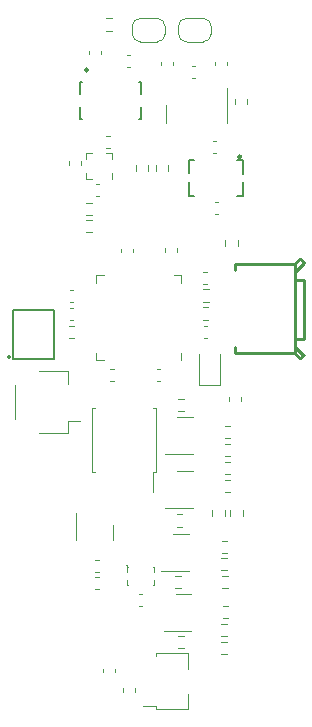
<source format=gbr>
%TF.GenerationSoftware,KiCad,Pcbnew,7.0.5*%
%TF.CreationDate,2023-12-10T00:27:40-08:00*%
%TF.ProjectId,Lyrav3,4c797261-7633-42e6-9b69-6361645f7063,rev?*%
%TF.SameCoordinates,Original*%
%TF.FileFunction,Legend,Bot*%
%TF.FilePolarity,Positive*%
%FSLAX46Y46*%
G04 Gerber Fmt 4.6, Leading zero omitted, Abs format (unit mm)*
G04 Created by KiCad (PCBNEW 7.0.5) date 2023-12-10 00:27:40*
%MOMM*%
%LPD*%
G01*
G04 APERTURE LIST*
%ADD10C,0.120000*%
%ADD11C,0.300000*%
%ADD12C,0.200000*%
%ADD13C,0.250000*%
%ADD14C,0.150000*%
%ADD15C,0.100000*%
G04 APERTURE END LIST*
D10*
%TO.C,Q5*%
X198071499Y-111288000D02*
X198721499Y-111288000D01*
X198071499Y-108168000D02*
X198721499Y-108168000D01*
X198071499Y-111288000D02*
X196396499Y-111288000D01*
X198071499Y-108168000D02*
X197421499Y-108168000D01*
%TO.C,Q4*%
X197866000Y-106208000D02*
X198516000Y-106208000D01*
X197866000Y-103088000D02*
X198516000Y-103088000D01*
X197866000Y-106208000D02*
X196191000Y-106208000D01*
X197866000Y-103088000D02*
X197216000Y-103088000D01*
%TO.C,Q3*%
X198198499Y-96302000D02*
X198848499Y-96302000D01*
X198198499Y-93182000D02*
X198848499Y-93182000D01*
X198198499Y-96302000D02*
X196523499Y-96302000D01*
X198198499Y-93182000D02*
X197548499Y-93182000D01*
%TO.C,Q2*%
X198198499Y-100874000D02*
X198848499Y-100874000D01*
X198198499Y-97754000D02*
X198848499Y-97754000D01*
X198198499Y-100874000D02*
X196523499Y-100874000D01*
X198198499Y-97754000D02*
X197548499Y-97754000D01*
%TO.C,U7*%
X190315000Y-97892000D02*
X190575000Y-97892000D01*
X195505000Y-97892000D02*
X195505000Y-99567000D01*
X195765000Y-95167000D02*
X195765000Y-97892000D01*
X195765000Y-97892000D02*
X195505000Y-97892000D01*
X190315000Y-92442000D02*
X190575000Y-92442000D01*
X190315000Y-95167000D02*
X190315000Y-92442000D01*
X190315000Y-95167000D02*
X190315000Y-97892000D01*
X195765000Y-92442000D02*
X195505000Y-92442000D01*
X195765000Y-95167000D02*
X195765000Y-92442000D01*
%TO.C,D3*%
X201129000Y-90510000D02*
X199429000Y-90510000D01*
X199429000Y-90510000D02*
X199429000Y-87850000D01*
X201129000Y-90510000D02*
X201129000Y-87850000D01*
%TO.C,U1*%
X198464000Y-117930000D02*
X198464000Y-116620000D01*
X195744000Y-117930000D02*
X198464000Y-117930000D01*
X195744000Y-117930000D02*
X195744000Y-117700000D01*
X198464000Y-114520000D02*
X198464000Y-113210000D01*
X194604000Y-117700000D02*
X195744000Y-117700000D01*
X195744000Y-113210000D02*
X195744000Y-113440000D01*
X198464000Y-113210000D02*
X195744000Y-113210000D01*
%TO.C,R27*%
X198103258Y-111745500D02*
X197628742Y-111745500D01*
X198103258Y-112790500D02*
X197628742Y-112790500D01*
%TO.C,R26*%
X197976258Y-102503500D02*
X197501742Y-102503500D01*
X197976258Y-101458500D02*
X197501742Y-101458500D01*
%TO.C,R25*%
X201722258Y-112253500D02*
X201247742Y-112253500D01*
X201722258Y-113298500D02*
X201247742Y-113298500D01*
%TO.C,R24*%
X201563500Y-101583258D02*
X201563500Y-101108742D01*
X200518500Y-101583258D02*
X200518500Y-101108742D01*
%TO.C,R23*%
X201247742Y-111774500D02*
X201722258Y-111774500D01*
X201247742Y-110729500D02*
X201722258Y-110729500D01*
%TO.C,R22*%
X202423500Y-66722258D02*
X202423500Y-66247742D01*
X203468500Y-66722258D02*
X203468500Y-66247742D01*
%TO.C,R21*%
X203087500Y-101108742D02*
X203087500Y-101583258D01*
X202042500Y-101108742D02*
X202042500Y-101583258D01*
%TO.C,R20*%
X201874658Y-109205500D02*
X201400142Y-109205500D01*
X201874658Y-110250500D02*
X201400142Y-110250500D01*
%TO.C,R19*%
X202040258Y-98537500D02*
X201565742Y-98537500D01*
X202040258Y-99582500D02*
X201565742Y-99582500D01*
%TO.C,R18*%
X199736942Y-83453500D02*
X200211458Y-83453500D01*
X199736942Y-82408500D02*
X200211458Y-82408500D01*
%TO.C,R17*%
X197849258Y-107710500D02*
X197374742Y-107710500D01*
X197849258Y-106665500D02*
X197374742Y-106665500D01*
%TO.C,R16*%
X198103258Y-91679500D02*
X197628742Y-91679500D01*
X198103258Y-92724500D02*
X197628742Y-92724500D01*
%TO.C,R15*%
X200186058Y-84977500D02*
X199711542Y-84977500D01*
X200186058Y-83932500D02*
X199711542Y-83932500D01*
%TO.C,R14*%
X191507428Y-59446900D02*
X191981944Y-59446900D01*
X191507428Y-60491900D02*
X191981944Y-60491900D01*
%TO.C,R13*%
X201811658Y-106665500D02*
X201337142Y-106665500D01*
X201811658Y-107710500D02*
X201337142Y-107710500D01*
%TO.C,R12*%
X202040258Y-98058500D02*
X201565742Y-98058500D01*
X202040258Y-97013500D02*
X201565742Y-97013500D01*
%TO.C,R11*%
X201286342Y-106186500D02*
X201760858Y-106186500D01*
X201286342Y-105141500D02*
X201760858Y-105141500D01*
%TO.C,R10*%
X201565742Y-95489500D02*
X202040258Y-95489500D01*
X201565742Y-96534500D02*
X202040258Y-96534500D01*
%TO.C,R9*%
X201773058Y-103668300D02*
X201298542Y-103668300D01*
X201773058Y-104713300D02*
X201298542Y-104713300D01*
%TO.C,R8*%
X202040258Y-93965500D02*
X201565742Y-93965500D01*
X202040258Y-95010500D02*
X201565742Y-95010500D01*
%TO.C,R7*%
X194053786Y-71910942D02*
X194053786Y-72385458D01*
X195098786Y-71910942D02*
X195098786Y-72385458D01*
%TO.C,R6*%
X195704786Y-71910943D02*
X195704786Y-72385459D01*
X196749786Y-71910943D02*
X196749786Y-72385459D01*
%TO.C,R5*%
X190305458Y-77582899D02*
X189830942Y-77582899D01*
X190305458Y-76537899D02*
X189830942Y-76537899D01*
%TO.C,R4*%
X189856342Y-75067900D02*
X190330858Y-75067900D01*
X189856342Y-76112900D02*
X190330858Y-76112900D01*
%TO.C,R3*%
X201610700Y-78697858D02*
X201610700Y-78223342D01*
X202655700Y-78697858D02*
X202655700Y-78223342D01*
%TO.C,R2*%
X188370942Y-85481900D02*
X188845458Y-85481900D01*
X188370942Y-86526900D02*
X188845458Y-86526900D01*
%TO.C,C28*%
X201928000Y-91821580D02*
X201928000Y-91540420D01*
X202948000Y-91821580D02*
X202948000Y-91540420D01*
%TO.C,C26*%
X193804000Y-79273980D02*
X193804000Y-78992820D01*
X192784000Y-79273980D02*
X192784000Y-78992820D01*
%TO.C,C25*%
X199757420Y-80897000D02*
X200038580Y-80897000D01*
X199757420Y-81917000D02*
X200038580Y-81917000D01*
%TO.C,C24*%
X188760980Y-84965000D02*
X188479820Y-84965000D01*
X188760980Y-83945000D02*
X188479820Y-83945000D01*
%TO.C,C23*%
X192164580Y-90172000D02*
X191883420Y-90172000D01*
X192164580Y-89152000D02*
X191883420Y-89152000D01*
%TO.C,C22*%
X196101580Y-90172000D02*
X195820420Y-90172000D01*
X196101580Y-89152000D02*
X195820420Y-89152000D01*
%TO.C,C21*%
X196492400Y-79223180D02*
X196492400Y-78942020D01*
X197512400Y-79223180D02*
X197512400Y-78942020D01*
%TO.C,C17*%
X199770420Y-85469000D02*
X200051580Y-85469000D01*
X199770420Y-86489000D02*
X200051580Y-86489000D01*
%TO.C,C16*%
X188735580Y-83441000D02*
X188454420Y-83441000D01*
X188735580Y-82421000D02*
X188454420Y-82421000D01*
%TO.C,C15*%
X194296420Y-108202000D02*
X194577580Y-108202000D01*
X194296420Y-109222000D02*
X194577580Y-109222000D01*
%TO.C,C14*%
X190664306Y-74496999D02*
X190945466Y-74496999D01*
X190664306Y-73476999D02*
X190945466Y-73476999D01*
%TO.C,C13*%
X191834466Y-69412999D02*
X191553306Y-69412999D01*
X191834466Y-70432999D02*
X191553306Y-70432999D01*
%TO.C,C12*%
X189409886Y-71854579D02*
X189409886Y-71573419D01*
X188389886Y-71854579D02*
X188389886Y-71573419D01*
%TO.C,C11*%
X191073086Y-62472180D02*
X191073086Y-62191020D01*
X190053086Y-62472180D02*
X190053086Y-62191020D01*
%TO.C,C10*%
X193548466Y-62532800D02*
X193267306Y-62532800D01*
X193548466Y-63552800D02*
X193267306Y-63552800D01*
%TO.C,C9*%
X198804506Y-64518000D02*
X199085666Y-64518000D01*
X198804506Y-63498000D02*
X199085666Y-63498000D01*
%TO.C,C8*%
X190894580Y-105281000D02*
X190613420Y-105281000D01*
X190894580Y-106301000D02*
X190613420Y-106301000D01*
%TO.C,C6*%
X192280000Y-114540420D02*
X192280000Y-114821580D01*
X191260000Y-114540420D02*
X191260000Y-114821580D01*
%TO.C,C5*%
X193931000Y-116191420D02*
X193931000Y-116472580D01*
X192911000Y-116191420D02*
X192911000Y-116472580D01*
%TO.C,C3*%
X197184486Y-63437380D02*
X197184486Y-63156220D01*
X196164486Y-63437380D02*
X196164486Y-63156220D01*
%TO.C,C2*%
X200838266Y-69848000D02*
X200557106Y-69848000D01*
X200838266Y-70868000D02*
X200557106Y-70868000D01*
%TO.C,C1*%
X201016066Y-75029600D02*
X200734906Y-75029600D01*
X201016066Y-76049600D02*
X200734906Y-76049600D01*
%TO.C,U5*%
X189831886Y-70854999D02*
X189831886Y-71354999D01*
X190331886Y-70854999D02*
X189831886Y-70854999D01*
X191531886Y-70854999D02*
X191531886Y-70854999D01*
X192031886Y-70854999D02*
X191531886Y-70854999D01*
X189831886Y-71354999D02*
X189831886Y-71354999D01*
X192031886Y-71354999D02*
X192031886Y-70854999D01*
X189831886Y-72554999D02*
X189831886Y-73054999D01*
X192031886Y-72554999D02*
X192031886Y-73054999D01*
X189831886Y-73054999D02*
X190331886Y-73054999D01*
X190331886Y-73054999D02*
X190331886Y-73054999D01*
X192031886Y-73054999D02*
X192031886Y-73054999D01*
%TO.C,J5*%
X188303800Y-94574000D02*
X188303800Y-93524000D01*
X185803800Y-94574000D02*
X188303800Y-94574000D01*
X188303800Y-93524000D02*
X189293800Y-93524000D01*
X183833800Y-93404000D02*
X183833800Y-90524000D01*
X188303800Y-89354000D02*
X188303800Y-90404000D01*
X185803800Y-89354000D02*
X188303800Y-89354000D01*
%TO.C,U8*%
X190662000Y-81188000D02*
X191312000Y-81188000D01*
X197882000Y-81188000D02*
X197232000Y-81188000D01*
X190662000Y-81838000D02*
X190662000Y-81188000D01*
X197882000Y-81838000D02*
X197882000Y-81188000D01*
X190662000Y-87758000D02*
X190662000Y-88408000D01*
X197882000Y-87758000D02*
X197882000Y-88408000D01*
X190662000Y-88408000D02*
X191312000Y-88408000D01*
%TO.C,Q1*%
X192075200Y-102994700D02*
X192075200Y-103644700D01*
X192075200Y-102994700D02*
X192075200Y-102344700D01*
X188955200Y-102994700D02*
X188955200Y-103644700D01*
X188955200Y-102994700D02*
X188955200Y-101319700D01*
D11*
%TO.C,X1*%
X183319200Y-88107600D02*
G75*
G03*
X183319200Y-88107600I0J0D01*
G01*
D12*
X183669200Y-84107600D02*
X187069200Y-84107600D01*
X187069200Y-84107600D02*
X187069200Y-88307600D01*
X183669200Y-88307600D02*
X183669200Y-84107600D01*
X187069200Y-88307600D02*
X183669200Y-88307600D01*
D10*
%TO.C,C7*%
X190894580Y-107774200D02*
X190613420Y-107774200D01*
X190894580Y-106754200D02*
X190613420Y-106754200D01*
D13*
%TO.C,J7*%
X207927100Y-88253200D02*
X208257100Y-87923200D01*
X208257100Y-87923200D02*
X208177100Y-87923200D01*
X208177100Y-87923200D02*
X207527100Y-87273200D01*
X207527100Y-87853200D02*
X207927100Y-88253200D01*
X207527100Y-87773200D02*
X207527100Y-87853200D01*
X207527100Y-87773200D02*
X207527100Y-80273200D01*
X202407100Y-87773200D02*
X207527100Y-87773200D01*
X202407100Y-87273200D02*
X202407100Y-87773200D01*
X208257100Y-86623200D02*
X207527100Y-86623200D01*
X208257100Y-81583200D02*
X208257100Y-86623200D01*
X207527100Y-81583200D02*
X208257100Y-81583200D01*
X207527100Y-80273200D02*
X202407100Y-80273200D01*
X207527100Y-80273200D02*
X207527100Y-80193200D01*
X202407100Y-80273200D02*
X202407100Y-80773200D01*
X207527100Y-80193200D02*
X207927100Y-79793200D01*
X208257100Y-80163200D02*
X207527100Y-80893200D01*
X208257100Y-80123200D02*
X208257100Y-80163200D01*
X207927100Y-79793200D02*
X208257100Y-80123200D01*
D10*
%TO.C,J4*%
X200431687Y-60152000D02*
G75*
G03*
X199731687Y-59452000I-700000J0D01*
G01*
X199731687Y-61452000D02*
G75*
G03*
X200431687Y-60752000I0J700000D01*
G01*
X198331687Y-59452000D02*
G75*
G03*
X197631687Y-60152000I-1J-699999D01*
G01*
X197631687Y-60752000D02*
G75*
G03*
X198331687Y-61452000I699999J-1D01*
G01*
X200431687Y-60752000D02*
X200431687Y-60152000D01*
X199731687Y-59452000D02*
X198331687Y-59452000D01*
X198331687Y-61452000D02*
X199731687Y-61452000D01*
X197631687Y-60152000D02*
X197631687Y-60752000D01*
D13*
%TO.C,U2*%
X202945486Y-71170200D02*
G75*
G03*
X202945486Y-71170200I-110000J0D01*
G01*
D12*
X203095486Y-74470200D02*
X203095486Y-73280200D01*
X202635486Y-74470200D02*
X203095486Y-74470200D01*
X198525486Y-74470200D02*
X198975486Y-74470200D01*
X198525486Y-73330200D02*
X198525486Y-74470200D01*
X203095486Y-72620200D02*
X203095486Y-71420200D01*
X203095486Y-71420200D02*
X202635486Y-71420200D01*
X198975486Y-71420200D02*
X198645486Y-71420200D01*
X198645486Y-71420200D02*
X198525486Y-71420200D01*
X198525486Y-71420200D02*
X198525486Y-72570200D01*
D13*
%TO.C,U4*%
X189991600Y-63821600D02*
G75*
G03*
X189991600Y-63821600I-120000J0D01*
G01*
D14*
X194451600Y-64831600D02*
X194281600Y-64831600D01*
X194451600Y-65871600D02*
X194451600Y-64831600D01*
X194451600Y-66951600D02*
X194451600Y-67991600D01*
X194451600Y-67991600D02*
X194281600Y-67991600D01*
X189291600Y-64831600D02*
X189461600Y-64831600D01*
X189291600Y-65871600D02*
X189291600Y-64831600D01*
X189291600Y-66951600D02*
X189291600Y-67991600D01*
X189291600Y-67991600D02*
X189461600Y-67991600D01*
D10*
%TO.C,J3*%
X196524686Y-60152000D02*
G75*
G03*
X195824686Y-59452000I-700000J0D01*
G01*
X195824686Y-61452000D02*
G75*
G03*
X196524686Y-60752000I0J700000D01*
G01*
X194424686Y-59452000D02*
G75*
G03*
X193724686Y-60152000I-1J-699999D01*
G01*
X193724686Y-60752000D02*
G75*
G03*
X194424686Y-61452000I699999J-1D01*
G01*
X196524686Y-60752000D02*
X196524686Y-60152000D01*
X195824686Y-59452000D02*
X194424686Y-59452000D01*
X194424686Y-61452000D02*
X195824686Y-61452000D01*
X193724686Y-60152000D02*
X193724686Y-60752000D01*
D15*
%TO.C,U6*%
X193297000Y-107450000D02*
X193297000Y-107010000D01*
X193297000Y-106360000D02*
X193297000Y-105920000D01*
X193297000Y-105920000D02*
X193387000Y-105920000D01*
X193387000Y-107450000D02*
X193297000Y-107450000D01*
X195487000Y-105920000D02*
X195577000Y-105920000D01*
X195577000Y-107450000D02*
X195487000Y-107450000D01*
X195577000Y-107010000D02*
X195577000Y-107450000D01*
X195577000Y-105920000D02*
X195577000Y-106360000D01*
X193377000Y-105790000D02*
G75*
G03*
X193377000Y-105790000I-80000J0D01*
G01*
D10*
%TO.C,U3*%
X196553686Y-66834400D02*
X196553686Y-68334400D01*
X201773686Y-65334400D02*
X201773686Y-68334400D01*
%TO.C,C4*%
X201731086Y-63437380D02*
X201731086Y-63156220D01*
X200711086Y-63437380D02*
X200711086Y-63156220D01*
%TD*%
M02*

</source>
